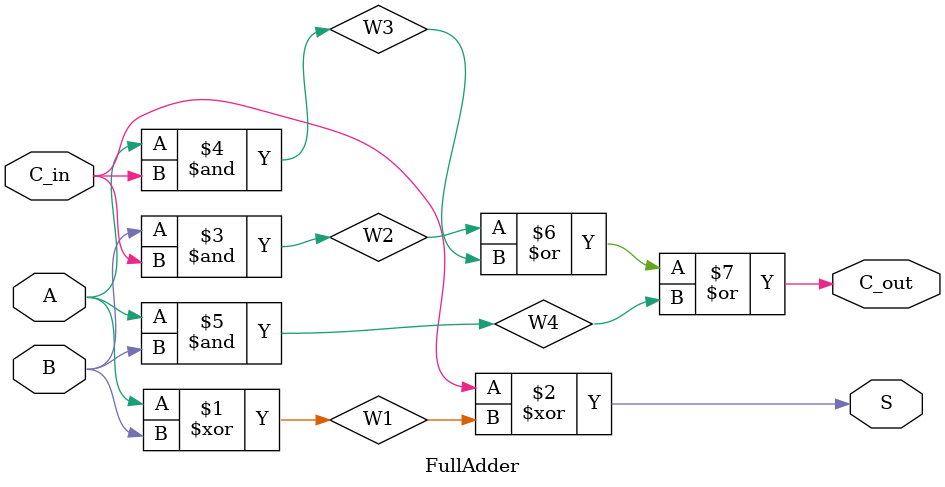
<source format=v>

module Adder_4Bit(X, Y, CIn, SUM, COut);

	input 		 [3:0]X;
	input 		 [3:0]Y;
	input				 CIn;
	output 	  [3:0]SUM;
	output 			COut;
	wire 		W1, W2, W3;
	
	FullAdder FA1 (X[0], Y[0], CIn, SUM[0], W1);
	FullAdder FA2 (X[1], Y[1], W1, SUM[1], W2);
	FullAdder FA3 (X[2], Y[2], W2, SUM[2], W3);
	FullAdder FA4 (X[3], Y[3], W3, SUM[3], COut);
	
	
endmodule


module FullAdder(A, B, C_in, S, C_out);

	input A, B, C_in;
	output S, C_out;
	wire W1, W2, W3, W4;
	
	//S Function
	xor X1 (W1, A, B);
	xor X2 (S, C_in, W1);
	
	//C_out Function
	and A1 (W2, B, C_in);
	and A2 (W3, A, C_in);
	and A3 (W4, A, B);
	
	//joining gates for C_out
	or (C_out, W2, W3, W4);
	
	
	
endmodule


/*

FULL ADDER FUNCTIONS

S = C_in XOR (A XOR B)
C_out = BC_in + AC_in + AB


*/
	
</source>
